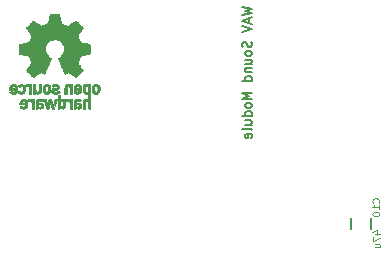
<source format=gbo>
G04 #@! TF.GenerationSoftware,KiCad,Pcbnew,no-vcs-found-7448~57~ubuntu16.04.1*
G04 #@! TF.CreationDate,2017-01-12T10:35:14+02:00*
G04 #@! TF.ProjectId,sd_wav_pcm5100,73645F7761765F70636D353130302E6B,rev?*
G04 #@! TF.FileFunction,Legend,Bot*
G04 #@! TF.FilePolarity,Positive*
%FSLAX46Y46*%
G04 Gerber Fmt 4.6, Leading zero omitted, Abs format (unit mm)*
G04 Created by KiCad (PCBNEW no-vcs-found-7448~57~ubuntu16.04.1) date Thu Jan 12 10:35:14 2017*
%MOMM*%
%LPD*%
G01*
G04 APERTURE LIST*
%ADD10C,0.100000*%
%ADD11C,0.150000*%
%ADD12C,0.010000*%
%ADD13C,0.125000*%
%ADD14C,2.000000*%
%ADD15R,1.700000X1.700000*%
%ADD16O,1.700000X1.700000*%
%ADD17R,1.250000X1.500000*%
%ADD18O,1.998980X1.998980*%
%ADD19R,1.998980X1.998980*%
%ADD20R,2.032000X2.032000*%
%ADD21O,2.032000X2.032000*%
G04 APERTURE END LIST*
D10*
D11*
X84941904Y-76418095D02*
X85741904Y-76608571D01*
X85170476Y-76760952D01*
X85741904Y-76913333D01*
X84941904Y-77103809D01*
X85513333Y-77370476D02*
X85513333Y-77751428D01*
X85741904Y-77294285D02*
X84941904Y-77560952D01*
X85741904Y-77827619D01*
X84941904Y-77980000D02*
X85741904Y-78246666D01*
X84941904Y-78513333D01*
X85703809Y-79351428D02*
X85741904Y-79465714D01*
X85741904Y-79656190D01*
X85703809Y-79732380D01*
X85665714Y-79770476D01*
X85589523Y-79808571D01*
X85513333Y-79808571D01*
X85437142Y-79770476D01*
X85399047Y-79732380D01*
X85360952Y-79656190D01*
X85322857Y-79503809D01*
X85284761Y-79427619D01*
X85246666Y-79389523D01*
X85170476Y-79351428D01*
X85094285Y-79351428D01*
X85018095Y-79389523D01*
X84980000Y-79427619D01*
X84941904Y-79503809D01*
X84941904Y-79694285D01*
X84980000Y-79808571D01*
X85741904Y-80265714D02*
X85703809Y-80189523D01*
X85665714Y-80151428D01*
X85589523Y-80113333D01*
X85360952Y-80113333D01*
X85284761Y-80151428D01*
X85246666Y-80189523D01*
X85208571Y-80265714D01*
X85208571Y-80380000D01*
X85246666Y-80456190D01*
X85284761Y-80494285D01*
X85360952Y-80532380D01*
X85589523Y-80532380D01*
X85665714Y-80494285D01*
X85703809Y-80456190D01*
X85741904Y-80380000D01*
X85741904Y-80265714D01*
X85208571Y-81218095D02*
X85741904Y-81218095D01*
X85208571Y-80875238D02*
X85627619Y-80875238D01*
X85703809Y-80913333D01*
X85741904Y-80989523D01*
X85741904Y-81103809D01*
X85703809Y-81180000D01*
X85665714Y-81218095D01*
X85208571Y-81599047D02*
X85741904Y-81599047D01*
X85284761Y-81599047D02*
X85246666Y-81637142D01*
X85208571Y-81713333D01*
X85208571Y-81827619D01*
X85246666Y-81903809D01*
X85322857Y-81941904D01*
X85741904Y-81941904D01*
X85741904Y-82665714D02*
X84941904Y-82665714D01*
X85703809Y-82665714D02*
X85741904Y-82589523D01*
X85741904Y-82437142D01*
X85703809Y-82360952D01*
X85665714Y-82322857D01*
X85589523Y-82284761D01*
X85360952Y-82284761D01*
X85284761Y-82322857D01*
X85246666Y-82360952D01*
X85208571Y-82437142D01*
X85208571Y-82589523D01*
X85246666Y-82665714D01*
X85741904Y-83656190D02*
X84941904Y-83656190D01*
X85513333Y-83922857D01*
X84941904Y-84189523D01*
X85741904Y-84189523D01*
X85741904Y-84684761D02*
X85703809Y-84608571D01*
X85665714Y-84570476D01*
X85589523Y-84532380D01*
X85360952Y-84532380D01*
X85284761Y-84570476D01*
X85246666Y-84608571D01*
X85208571Y-84684761D01*
X85208571Y-84799047D01*
X85246666Y-84875238D01*
X85284761Y-84913333D01*
X85360952Y-84951428D01*
X85589523Y-84951428D01*
X85665714Y-84913333D01*
X85703809Y-84875238D01*
X85741904Y-84799047D01*
X85741904Y-84684761D01*
X85741904Y-85637142D02*
X84941904Y-85637142D01*
X85703809Y-85637142D02*
X85741904Y-85560952D01*
X85741904Y-85408571D01*
X85703809Y-85332380D01*
X85665714Y-85294285D01*
X85589523Y-85256190D01*
X85360952Y-85256190D01*
X85284761Y-85294285D01*
X85246666Y-85332380D01*
X85208571Y-85408571D01*
X85208571Y-85560952D01*
X85246666Y-85637142D01*
X85208571Y-86360952D02*
X85741904Y-86360952D01*
X85208571Y-86018095D02*
X85627619Y-86018095D01*
X85703809Y-86056190D01*
X85741904Y-86132380D01*
X85741904Y-86246666D01*
X85703809Y-86322857D01*
X85665714Y-86360952D01*
X85741904Y-86856190D02*
X85703809Y-86780000D01*
X85627619Y-86741904D01*
X84941904Y-86741904D01*
X85703809Y-87465714D02*
X85741904Y-87389523D01*
X85741904Y-87237142D01*
X85703809Y-87160952D01*
X85627619Y-87122857D01*
X85322857Y-87122857D01*
X85246666Y-87160952D01*
X85208571Y-87237142D01*
X85208571Y-87389523D01*
X85246666Y-87465714D01*
X85322857Y-87503809D01*
X85399047Y-87503809D01*
X85475238Y-87122857D01*
D12*
G36*
X71596640Y-82952468D02*
X71561408Y-82969874D01*
X71517960Y-83000206D01*
X71486294Y-83033283D01*
X71464606Y-83074817D01*
X71451097Y-83130522D01*
X71443962Y-83206111D01*
X71441400Y-83307296D01*
X71441250Y-83350797D01*
X71441688Y-83446135D01*
X71443504Y-83514271D01*
X71447455Y-83561418D01*
X71454298Y-83593790D01*
X71464789Y-83617600D01*
X71475704Y-83633843D01*
X71545381Y-83702952D01*
X71627434Y-83744521D01*
X71715950Y-83757023D01*
X71805019Y-83738934D01*
X71833237Y-83726142D01*
X71900790Y-83690931D01*
X71900790Y-84242700D01*
X71851488Y-84217205D01*
X71786527Y-84197480D01*
X71706680Y-84192427D01*
X71626948Y-84201756D01*
X71566735Y-84222714D01*
X71516792Y-84262627D01*
X71474119Y-84319741D01*
X71470910Y-84325605D01*
X71457378Y-84353227D01*
X71447495Y-84381068D01*
X71440691Y-84414794D01*
X71436399Y-84460071D01*
X71434049Y-84522562D01*
X71433072Y-84607935D01*
X71432895Y-84704010D01*
X71432895Y-85010526D01*
X71616711Y-85010526D01*
X71616711Y-84445339D01*
X71668125Y-84402077D01*
X71721534Y-84367472D01*
X71772112Y-84361180D01*
X71822970Y-84377372D01*
X71850075Y-84393227D01*
X71870249Y-84415810D01*
X71884597Y-84449940D01*
X71894224Y-84500434D01*
X71900237Y-84572111D01*
X71903740Y-84669788D01*
X71904974Y-84734802D01*
X71909145Y-85002171D01*
X71996875Y-85007222D01*
X72084606Y-85012273D01*
X72084606Y-83353101D01*
X71900790Y-83353101D01*
X71896104Y-83445600D01*
X71880312Y-83509809D01*
X71850817Y-83549759D01*
X71805020Y-83569480D01*
X71758750Y-83573421D01*
X71706372Y-83568892D01*
X71671610Y-83551069D01*
X71649872Y-83527519D01*
X71632760Y-83502189D01*
X71622573Y-83473969D01*
X71618040Y-83434431D01*
X71617891Y-83375142D01*
X71619416Y-83325498D01*
X71622919Y-83250710D01*
X71628133Y-83201611D01*
X71636913Y-83170467D01*
X71651114Y-83149545D01*
X71664516Y-83137452D01*
X71720513Y-83111081D01*
X71786789Y-83106822D01*
X71824844Y-83115906D01*
X71862523Y-83148196D01*
X71887481Y-83211006D01*
X71899578Y-83303894D01*
X71900790Y-83353101D01*
X72084606Y-83353101D01*
X72084606Y-82938421D01*
X71992698Y-82938421D01*
X71937517Y-82940603D01*
X71909048Y-82948351D01*
X71900794Y-82963468D01*
X71900790Y-82963916D01*
X71896960Y-82978720D01*
X71880067Y-82977039D01*
X71846481Y-82960772D01*
X71768222Y-82935887D01*
X71680173Y-82933271D01*
X71596640Y-82952468D01*
X71596640Y-82952468D01*
G37*
X71596640Y-82952468D02*
X71561408Y-82969874D01*
X71517960Y-83000206D01*
X71486294Y-83033283D01*
X71464606Y-83074817D01*
X71451097Y-83130522D01*
X71443962Y-83206111D01*
X71441400Y-83307296D01*
X71441250Y-83350797D01*
X71441688Y-83446135D01*
X71443504Y-83514271D01*
X71447455Y-83561418D01*
X71454298Y-83593790D01*
X71464789Y-83617600D01*
X71475704Y-83633843D01*
X71545381Y-83702952D01*
X71627434Y-83744521D01*
X71715950Y-83757023D01*
X71805019Y-83738934D01*
X71833237Y-83726142D01*
X71900790Y-83690931D01*
X71900790Y-84242700D01*
X71851488Y-84217205D01*
X71786527Y-84197480D01*
X71706680Y-84192427D01*
X71626948Y-84201756D01*
X71566735Y-84222714D01*
X71516792Y-84262627D01*
X71474119Y-84319741D01*
X71470910Y-84325605D01*
X71457378Y-84353227D01*
X71447495Y-84381068D01*
X71440691Y-84414794D01*
X71436399Y-84460071D01*
X71434049Y-84522562D01*
X71433072Y-84607935D01*
X71432895Y-84704010D01*
X71432895Y-85010526D01*
X71616711Y-85010526D01*
X71616711Y-84445339D01*
X71668125Y-84402077D01*
X71721534Y-84367472D01*
X71772112Y-84361180D01*
X71822970Y-84377372D01*
X71850075Y-84393227D01*
X71870249Y-84415810D01*
X71884597Y-84449940D01*
X71894224Y-84500434D01*
X71900237Y-84572111D01*
X71903740Y-84669788D01*
X71904974Y-84734802D01*
X71909145Y-85002171D01*
X71996875Y-85007222D01*
X72084606Y-85012273D01*
X72084606Y-83353101D01*
X71900790Y-83353101D01*
X71896104Y-83445600D01*
X71880312Y-83509809D01*
X71850817Y-83549759D01*
X71805020Y-83569480D01*
X71758750Y-83573421D01*
X71706372Y-83568892D01*
X71671610Y-83551069D01*
X71649872Y-83527519D01*
X71632760Y-83502189D01*
X71622573Y-83473969D01*
X71618040Y-83434431D01*
X71617891Y-83375142D01*
X71619416Y-83325498D01*
X71622919Y-83250710D01*
X71628133Y-83201611D01*
X71636913Y-83170467D01*
X71651114Y-83149545D01*
X71664516Y-83137452D01*
X71720513Y-83111081D01*
X71786789Y-83106822D01*
X71824844Y-83115906D01*
X71862523Y-83148196D01*
X71887481Y-83211006D01*
X71899578Y-83303894D01*
X71900790Y-83353101D01*
X72084606Y-83353101D01*
X72084606Y-82938421D01*
X71992698Y-82938421D01*
X71937517Y-82940603D01*
X71909048Y-82948351D01*
X71900794Y-82963468D01*
X71900790Y-82963916D01*
X71896960Y-82978720D01*
X71880067Y-82977039D01*
X71846481Y-82960772D01*
X71768222Y-82935887D01*
X71680173Y-82933271D01*
X71596640Y-82952468D01*
G36*
X70899543Y-84198184D02*
X70820930Y-84219160D01*
X70761084Y-84257180D01*
X70718853Y-84306978D01*
X70705725Y-84328230D01*
X70696032Y-84350492D01*
X70689256Y-84378970D01*
X70684877Y-84418871D01*
X70682376Y-84475401D01*
X70681232Y-84553767D01*
X70680928Y-84659176D01*
X70680922Y-84687142D01*
X70680922Y-85010526D01*
X70761132Y-85010526D01*
X70812294Y-85006943D01*
X70850123Y-84997866D01*
X70859601Y-84992268D01*
X70885512Y-84982606D01*
X70911976Y-84992268D01*
X70955548Y-85004330D01*
X71018840Y-85009185D01*
X71088990Y-85007078D01*
X71153140Y-84998256D01*
X71190593Y-84986937D01*
X71263067Y-84940412D01*
X71308360Y-84875846D01*
X71328722Y-84790000D01*
X71328912Y-84787796D01*
X71327125Y-84749713D01*
X71165527Y-84749713D01*
X71151399Y-84793030D01*
X71128388Y-84817408D01*
X71082196Y-84835845D01*
X71021225Y-84843205D01*
X70959051Y-84839583D01*
X70909249Y-84825074D01*
X70895297Y-84815765D01*
X70870915Y-84772753D01*
X70864737Y-84723857D01*
X70864737Y-84659605D01*
X70957182Y-84659605D01*
X71045005Y-84666366D01*
X71111582Y-84685520D01*
X71152998Y-84715376D01*
X71165527Y-84749713D01*
X71327125Y-84749713D01*
X71324510Y-84694004D01*
X71293576Y-84619847D01*
X71235419Y-84563767D01*
X71227380Y-84558665D01*
X71192837Y-84542055D01*
X71150082Y-84531996D01*
X71090314Y-84527107D01*
X71019310Y-84525983D01*
X70864737Y-84525921D01*
X70864737Y-84461125D01*
X70871294Y-84410850D01*
X70888025Y-84377169D01*
X70889984Y-84375376D01*
X70927217Y-84360642D01*
X70983420Y-84354931D01*
X71045533Y-84357737D01*
X71100490Y-84368556D01*
X71133101Y-84384782D01*
X71150772Y-84397780D01*
X71169431Y-84400262D01*
X71195181Y-84389613D01*
X71234127Y-84363218D01*
X71292370Y-84318465D01*
X71297716Y-84314273D01*
X71294977Y-84298760D01*
X71272124Y-84272960D01*
X71237391Y-84244289D01*
X71199010Y-84220166D01*
X71186952Y-84214470D01*
X71142966Y-84203103D01*
X71078513Y-84194995D01*
X71006503Y-84191743D01*
X71003136Y-84191736D01*
X70899543Y-84198184D01*
X70899543Y-84198184D01*
G37*
X70899543Y-84198184D02*
X70820930Y-84219160D01*
X70761084Y-84257180D01*
X70718853Y-84306978D01*
X70705725Y-84328230D01*
X70696032Y-84350492D01*
X70689256Y-84378970D01*
X70684877Y-84418871D01*
X70682376Y-84475401D01*
X70681232Y-84553767D01*
X70680928Y-84659176D01*
X70680922Y-84687142D01*
X70680922Y-85010526D01*
X70761132Y-85010526D01*
X70812294Y-85006943D01*
X70850123Y-84997866D01*
X70859601Y-84992268D01*
X70885512Y-84982606D01*
X70911976Y-84992268D01*
X70955548Y-85004330D01*
X71018840Y-85009185D01*
X71088990Y-85007078D01*
X71153140Y-84998256D01*
X71190593Y-84986937D01*
X71263067Y-84940412D01*
X71308360Y-84875846D01*
X71328722Y-84790000D01*
X71328912Y-84787796D01*
X71327125Y-84749713D01*
X71165527Y-84749713D01*
X71151399Y-84793030D01*
X71128388Y-84817408D01*
X71082196Y-84835845D01*
X71021225Y-84843205D01*
X70959051Y-84839583D01*
X70909249Y-84825074D01*
X70895297Y-84815765D01*
X70870915Y-84772753D01*
X70864737Y-84723857D01*
X70864737Y-84659605D01*
X70957182Y-84659605D01*
X71045005Y-84666366D01*
X71111582Y-84685520D01*
X71152998Y-84715376D01*
X71165527Y-84749713D01*
X71327125Y-84749713D01*
X71324510Y-84694004D01*
X71293576Y-84619847D01*
X71235419Y-84563767D01*
X71227380Y-84558665D01*
X71192837Y-84542055D01*
X71150082Y-84531996D01*
X71090314Y-84527107D01*
X71019310Y-84525983D01*
X70864737Y-84525921D01*
X70864737Y-84461125D01*
X70871294Y-84410850D01*
X70888025Y-84377169D01*
X70889984Y-84375376D01*
X70927217Y-84360642D01*
X70983420Y-84354931D01*
X71045533Y-84357737D01*
X71100490Y-84368556D01*
X71133101Y-84384782D01*
X71150772Y-84397780D01*
X71169431Y-84400262D01*
X71195181Y-84389613D01*
X71234127Y-84363218D01*
X71292370Y-84318465D01*
X71297716Y-84314273D01*
X71294977Y-84298760D01*
X71272124Y-84272960D01*
X71237391Y-84244289D01*
X71199010Y-84220166D01*
X71186952Y-84214470D01*
X71142966Y-84203103D01*
X71078513Y-84194995D01*
X71006503Y-84191743D01*
X71003136Y-84191736D01*
X70899543Y-84198184D01*
G36*
X70380119Y-84193486D02*
X70355112Y-84200982D01*
X70347050Y-84217451D01*
X70346711Y-84224886D01*
X70345264Y-84245594D01*
X70335302Y-84248845D01*
X70308388Y-84234648D01*
X70292402Y-84224948D01*
X70241967Y-84204175D01*
X70181728Y-84193904D01*
X70118566Y-84193114D01*
X70059363Y-84200786D01*
X70010998Y-84215898D01*
X69980354Y-84237432D01*
X69974311Y-84264366D01*
X69977361Y-84271660D01*
X69999594Y-84301937D01*
X70034070Y-84339175D01*
X70040306Y-84345195D01*
X70073167Y-84372875D01*
X70101520Y-84381818D01*
X70141173Y-84375576D01*
X70157058Y-84371429D01*
X70206491Y-84361467D01*
X70241248Y-84365947D01*
X70270600Y-84381746D01*
X70297487Y-84402949D01*
X70317290Y-84429614D01*
X70331052Y-84466827D01*
X70339816Y-84519673D01*
X70344626Y-84593237D01*
X70346526Y-84692605D01*
X70346711Y-84752601D01*
X70346711Y-85010526D01*
X70513816Y-85010526D01*
X70513816Y-84191710D01*
X70430264Y-84191710D01*
X70380119Y-84193486D01*
X70380119Y-84193486D01*
G37*
X70380119Y-84193486D02*
X70355112Y-84200982D01*
X70347050Y-84217451D01*
X70346711Y-84224886D01*
X70345264Y-84245594D01*
X70335302Y-84248845D01*
X70308388Y-84234648D01*
X70292402Y-84224948D01*
X70241967Y-84204175D01*
X70181728Y-84193904D01*
X70118566Y-84193114D01*
X70059363Y-84200786D01*
X70010998Y-84215898D01*
X69980354Y-84237432D01*
X69974311Y-84264366D01*
X69977361Y-84271660D01*
X69999594Y-84301937D01*
X70034070Y-84339175D01*
X70040306Y-84345195D01*
X70073167Y-84372875D01*
X70101520Y-84381818D01*
X70141173Y-84375576D01*
X70157058Y-84371429D01*
X70206491Y-84361467D01*
X70241248Y-84365947D01*
X70270600Y-84381746D01*
X70297487Y-84402949D01*
X70317290Y-84429614D01*
X70331052Y-84466827D01*
X70339816Y-84519673D01*
X70344626Y-84593237D01*
X70346526Y-84692605D01*
X70346711Y-84752601D01*
X70346711Y-85010526D01*
X70513816Y-85010526D01*
X70513816Y-84191710D01*
X70430264Y-84191710D01*
X70380119Y-84193486D01*
G36*
X69327369Y-85010526D02*
X69419277Y-85010526D01*
X69472623Y-85008962D01*
X69500407Y-85002485D01*
X69510410Y-84988418D01*
X69511185Y-84978906D01*
X69512872Y-84959832D01*
X69523510Y-84956174D01*
X69551465Y-84967932D01*
X69573205Y-84978906D01*
X69656668Y-85004911D01*
X69747396Y-85006416D01*
X69821158Y-84987021D01*
X69889846Y-84940165D01*
X69942206Y-84871004D01*
X69970878Y-84789427D01*
X69971608Y-84784866D01*
X69975868Y-84735101D01*
X69977986Y-84663659D01*
X69977816Y-84609626D01*
X69795280Y-84609626D01*
X69791051Y-84681441D01*
X69781432Y-84740634D01*
X69768410Y-84774060D01*
X69719144Y-84819740D01*
X69660650Y-84836115D01*
X69600329Y-84822873D01*
X69548783Y-84783373D01*
X69529262Y-84756807D01*
X69517848Y-84725106D01*
X69512502Y-84678832D01*
X69511185Y-84609328D01*
X69513542Y-84540499D01*
X69519767Y-84480026D01*
X69528592Y-84439556D01*
X69530063Y-84435929D01*
X69565653Y-84392802D01*
X69617600Y-84369124D01*
X69675722Y-84365301D01*
X69729840Y-84381738D01*
X69769774Y-84418840D01*
X69773917Y-84426222D01*
X69786884Y-84471239D01*
X69793948Y-84535967D01*
X69795280Y-84609626D01*
X69977816Y-84609626D01*
X69977729Y-84582230D01*
X69976528Y-84538405D01*
X69968355Y-84429988D01*
X69951370Y-84348588D01*
X69923113Y-84288412D01*
X69881128Y-84243666D01*
X69840368Y-84217400D01*
X69783419Y-84198935D01*
X69712589Y-84192602D01*
X69640059Y-84197760D01*
X69578014Y-84213769D01*
X69545232Y-84232920D01*
X69511185Y-84263732D01*
X69511185Y-83874210D01*
X69327369Y-83874210D01*
X69327369Y-85010526D01*
X69327369Y-85010526D01*
G37*
X69327369Y-85010526D02*
X69419277Y-85010526D01*
X69472623Y-85008962D01*
X69500407Y-85002485D01*
X69510410Y-84988418D01*
X69511185Y-84978906D01*
X69512872Y-84959832D01*
X69523510Y-84956174D01*
X69551465Y-84967932D01*
X69573205Y-84978906D01*
X69656668Y-85004911D01*
X69747396Y-85006416D01*
X69821158Y-84987021D01*
X69889846Y-84940165D01*
X69942206Y-84871004D01*
X69970878Y-84789427D01*
X69971608Y-84784866D01*
X69975868Y-84735101D01*
X69977986Y-84663659D01*
X69977816Y-84609626D01*
X69795280Y-84609626D01*
X69791051Y-84681441D01*
X69781432Y-84740634D01*
X69768410Y-84774060D01*
X69719144Y-84819740D01*
X69660650Y-84836115D01*
X69600329Y-84822873D01*
X69548783Y-84783373D01*
X69529262Y-84756807D01*
X69517848Y-84725106D01*
X69512502Y-84678832D01*
X69511185Y-84609328D01*
X69513542Y-84540499D01*
X69519767Y-84480026D01*
X69528592Y-84439556D01*
X69530063Y-84435929D01*
X69565653Y-84392802D01*
X69617600Y-84369124D01*
X69675722Y-84365301D01*
X69729840Y-84381738D01*
X69769774Y-84418840D01*
X69773917Y-84426222D01*
X69786884Y-84471239D01*
X69793948Y-84535967D01*
X69795280Y-84609626D01*
X69977816Y-84609626D01*
X69977729Y-84582230D01*
X69976528Y-84538405D01*
X69968355Y-84429988D01*
X69951370Y-84348588D01*
X69923113Y-84288412D01*
X69881128Y-84243666D01*
X69840368Y-84217400D01*
X69783419Y-84198935D01*
X69712589Y-84192602D01*
X69640059Y-84197760D01*
X69578014Y-84213769D01*
X69545232Y-84232920D01*
X69511185Y-84263732D01*
X69511185Y-83874210D01*
X69327369Y-83874210D01*
X69327369Y-85010526D01*
G36*
X68685870Y-84195104D02*
X68619780Y-84200066D01*
X68533374Y-84459079D01*
X68446969Y-84718092D01*
X68419876Y-84626184D01*
X68403572Y-84569384D01*
X68382125Y-84492625D01*
X68358965Y-84408251D01*
X68346720Y-84362993D01*
X68300656Y-84191710D01*
X68110613Y-84191710D01*
X68167418Y-84371349D01*
X68195393Y-84459704D01*
X68229187Y-84566281D01*
X68264480Y-84677454D01*
X68295987Y-84776579D01*
X68367750Y-85002171D01*
X68522714Y-85012253D01*
X68564730Y-84873528D01*
X68590641Y-84787351D01*
X68618917Y-84692347D01*
X68643631Y-84608441D01*
X68644606Y-84605102D01*
X68663065Y-84548248D01*
X68679351Y-84509456D01*
X68690758Y-84494787D01*
X68693102Y-84496483D01*
X68701329Y-84519225D01*
X68716962Y-84567940D01*
X68738096Y-84636502D01*
X68762830Y-84718785D01*
X68776213Y-84764046D01*
X68848689Y-85010526D01*
X69002505Y-85010526D01*
X69125469Y-84622006D01*
X69160012Y-84513022D01*
X69191479Y-84414048D01*
X69218384Y-84329736D01*
X69239241Y-84264734D01*
X69252562Y-84223692D01*
X69256612Y-84211701D01*
X69253406Y-84199423D01*
X69228235Y-84194046D01*
X69175854Y-84194584D01*
X69167655Y-84194990D01*
X69070518Y-84200066D01*
X69006900Y-84434013D01*
X68983516Y-84519333D01*
X68962619Y-84594335D01*
X68946049Y-84652507D01*
X68935646Y-84687337D01*
X68933724Y-84693016D01*
X68925759Y-84686486D01*
X68909696Y-84652654D01*
X68887379Y-84596127D01*
X68860655Y-84521510D01*
X68838063Y-84454107D01*
X68751959Y-84190143D01*
X68685870Y-84195104D01*
X68685870Y-84195104D01*
G37*
X68685870Y-84195104D02*
X68619780Y-84200066D01*
X68533374Y-84459079D01*
X68446969Y-84718092D01*
X68419876Y-84626184D01*
X68403572Y-84569384D01*
X68382125Y-84492625D01*
X68358965Y-84408251D01*
X68346720Y-84362993D01*
X68300656Y-84191710D01*
X68110613Y-84191710D01*
X68167418Y-84371349D01*
X68195393Y-84459704D01*
X68229187Y-84566281D01*
X68264480Y-84677454D01*
X68295987Y-84776579D01*
X68367750Y-85002171D01*
X68522714Y-85012253D01*
X68564730Y-84873528D01*
X68590641Y-84787351D01*
X68618917Y-84692347D01*
X68643631Y-84608441D01*
X68644606Y-84605102D01*
X68663065Y-84548248D01*
X68679351Y-84509456D01*
X68690758Y-84494787D01*
X68693102Y-84496483D01*
X68701329Y-84519225D01*
X68716962Y-84567940D01*
X68738096Y-84636502D01*
X68762830Y-84718785D01*
X68776213Y-84764046D01*
X68848689Y-85010526D01*
X69002505Y-85010526D01*
X69125469Y-84622006D01*
X69160012Y-84513022D01*
X69191479Y-84414048D01*
X69218384Y-84329736D01*
X69239241Y-84264734D01*
X69252562Y-84223692D01*
X69256612Y-84211701D01*
X69253406Y-84199423D01*
X69228235Y-84194046D01*
X69175854Y-84194584D01*
X69167655Y-84194990D01*
X69070518Y-84200066D01*
X69006900Y-84434013D01*
X68983516Y-84519333D01*
X68962619Y-84594335D01*
X68946049Y-84652507D01*
X68935646Y-84687337D01*
X68933724Y-84693016D01*
X68925759Y-84686486D01*
X68909696Y-84652654D01*
X68887379Y-84596127D01*
X68860655Y-84521510D01*
X68838063Y-84454107D01*
X68751959Y-84190143D01*
X68685870Y-84195104D01*
G36*
X67680008Y-84196673D02*
X67609573Y-84213780D01*
X67589213Y-84222844D01*
X67549747Y-84246583D01*
X67519459Y-84273321D01*
X67497048Y-84307699D01*
X67481214Y-84354360D01*
X67470657Y-84417946D01*
X67464076Y-84503099D01*
X67460172Y-84614462D01*
X67458690Y-84688849D01*
X67453235Y-85010526D01*
X67546420Y-85010526D01*
X67602953Y-85008156D01*
X67632078Y-85000055D01*
X67639606Y-84986451D01*
X67643580Y-84971741D01*
X67661348Y-84974554D01*
X67685560Y-84986348D01*
X67746172Y-85004427D01*
X67824071Y-85009299D01*
X67906005Y-85001330D01*
X67978719Y-84980889D01*
X67985241Y-84978051D01*
X68051698Y-84931365D01*
X68095509Y-84866464D01*
X68115668Y-84790600D01*
X68114128Y-84763344D01*
X67949655Y-84763344D01*
X67935163Y-84800024D01*
X67892195Y-84826309D01*
X67822871Y-84840417D01*
X67785823Y-84842290D01*
X67724081Y-84837494D01*
X67683040Y-84818858D01*
X67673027Y-84810000D01*
X67645900Y-84761806D01*
X67639606Y-84718092D01*
X67639606Y-84659605D01*
X67721070Y-84659605D01*
X67815766Y-84664432D01*
X67882187Y-84679613D01*
X67924154Y-84706200D01*
X67933551Y-84718052D01*
X67949655Y-84763344D01*
X68114128Y-84763344D01*
X68111171Y-84711026D01*
X68081015Y-84634995D01*
X68039869Y-84583612D01*
X68014948Y-84561397D01*
X67990552Y-84546798D01*
X67958809Y-84537897D01*
X67911848Y-84532775D01*
X67841796Y-84529515D01*
X67814010Y-84528577D01*
X67639606Y-84522879D01*
X67639862Y-84470091D01*
X67646616Y-84414603D01*
X67671036Y-84381052D01*
X67720370Y-84359618D01*
X67721694Y-84359236D01*
X67791640Y-84350808D01*
X67860086Y-84361816D01*
X67910953Y-84388585D01*
X67931363Y-84401803D01*
X67953346Y-84399974D01*
X67987174Y-84380824D01*
X68007039Y-84367308D01*
X68045894Y-84338432D01*
X68069962Y-84316786D01*
X68073824Y-84310589D01*
X68057921Y-84278519D01*
X68010935Y-84240219D01*
X67990527Y-84227297D01*
X67931857Y-84205041D01*
X67852788Y-84192432D01*
X67764959Y-84189600D01*
X67680008Y-84196673D01*
X67680008Y-84196673D01*
G37*
X67680008Y-84196673D02*
X67609573Y-84213780D01*
X67589213Y-84222844D01*
X67549747Y-84246583D01*
X67519459Y-84273321D01*
X67497048Y-84307699D01*
X67481214Y-84354360D01*
X67470657Y-84417946D01*
X67464076Y-84503099D01*
X67460172Y-84614462D01*
X67458690Y-84688849D01*
X67453235Y-85010526D01*
X67546420Y-85010526D01*
X67602953Y-85008156D01*
X67632078Y-85000055D01*
X67639606Y-84986451D01*
X67643580Y-84971741D01*
X67661348Y-84974554D01*
X67685560Y-84986348D01*
X67746172Y-85004427D01*
X67824071Y-85009299D01*
X67906005Y-85001330D01*
X67978719Y-84980889D01*
X67985241Y-84978051D01*
X68051698Y-84931365D01*
X68095509Y-84866464D01*
X68115668Y-84790600D01*
X68114128Y-84763344D01*
X67949655Y-84763344D01*
X67935163Y-84800024D01*
X67892195Y-84826309D01*
X67822871Y-84840417D01*
X67785823Y-84842290D01*
X67724081Y-84837494D01*
X67683040Y-84818858D01*
X67673027Y-84810000D01*
X67645900Y-84761806D01*
X67639606Y-84718092D01*
X67639606Y-84659605D01*
X67721070Y-84659605D01*
X67815766Y-84664432D01*
X67882187Y-84679613D01*
X67924154Y-84706200D01*
X67933551Y-84718052D01*
X67949655Y-84763344D01*
X68114128Y-84763344D01*
X68111171Y-84711026D01*
X68081015Y-84634995D01*
X68039869Y-84583612D01*
X68014948Y-84561397D01*
X67990552Y-84546798D01*
X67958809Y-84537897D01*
X67911848Y-84532775D01*
X67841796Y-84529515D01*
X67814010Y-84528577D01*
X67639606Y-84522879D01*
X67639862Y-84470091D01*
X67646616Y-84414603D01*
X67671036Y-84381052D01*
X67720370Y-84359618D01*
X67721694Y-84359236D01*
X67791640Y-84350808D01*
X67860086Y-84361816D01*
X67910953Y-84388585D01*
X67931363Y-84401803D01*
X67953346Y-84399974D01*
X67987174Y-84380824D01*
X68007039Y-84367308D01*
X68045894Y-84338432D01*
X68069962Y-84316786D01*
X68073824Y-84310589D01*
X68057921Y-84278519D01*
X68010935Y-84240219D01*
X67990527Y-84227297D01*
X67931857Y-84205041D01*
X67852788Y-84192432D01*
X67764959Y-84189600D01*
X67680008Y-84196673D01*
G36*
X66886833Y-84191447D02*
X66822592Y-84204112D01*
X66786020Y-84222864D01*
X66747547Y-84254017D01*
X66802283Y-84323127D01*
X66836031Y-84364979D01*
X66858947Y-84385398D01*
X66881721Y-84388517D01*
X66915044Y-84378472D01*
X66930686Y-84372789D01*
X66994458Y-84364404D01*
X67052860Y-84382378D01*
X67095736Y-84422982D01*
X67102701Y-84435929D01*
X67110287Y-84470224D01*
X67116141Y-84533427D01*
X67119989Y-84621060D01*
X67121557Y-84728640D01*
X67121579Y-84743944D01*
X67121579Y-85010526D01*
X67305395Y-85010526D01*
X67305395Y-84191710D01*
X67213487Y-84191710D01*
X67160493Y-84193094D01*
X67132885Y-84199252D01*
X67122676Y-84213194D01*
X67121579Y-84226344D01*
X67121579Y-84260978D01*
X67077550Y-84226344D01*
X67027063Y-84202716D01*
X66959240Y-84191033D01*
X66886833Y-84191447D01*
X66886833Y-84191447D01*
G37*
X66886833Y-84191447D02*
X66822592Y-84204112D01*
X66786020Y-84222864D01*
X66747547Y-84254017D01*
X66802283Y-84323127D01*
X66836031Y-84364979D01*
X66858947Y-84385398D01*
X66881721Y-84388517D01*
X66915044Y-84378472D01*
X66930686Y-84372789D01*
X66994458Y-84364404D01*
X67052860Y-84382378D01*
X67095736Y-84422982D01*
X67102701Y-84435929D01*
X67110287Y-84470224D01*
X67116141Y-84533427D01*
X67119989Y-84621060D01*
X67121557Y-84728640D01*
X67121579Y-84743944D01*
X67121579Y-85010526D01*
X67305395Y-85010526D01*
X67305395Y-84191710D01*
X67213487Y-84191710D01*
X67160493Y-84193094D01*
X67132885Y-84199252D01*
X67122676Y-84213194D01*
X67121579Y-84226344D01*
X67121579Y-84260978D01*
X67077550Y-84226344D01*
X67027063Y-84202716D01*
X66959240Y-84191033D01*
X66886833Y-84191447D01*
G36*
X66358807Y-84196078D02*
X66278932Y-84216845D01*
X66212038Y-84259705D01*
X66179649Y-84291723D01*
X66126555Y-84367413D01*
X66096127Y-84455216D01*
X66085673Y-84563150D01*
X66085620Y-84571875D01*
X66085527Y-84659605D01*
X66590466Y-84659605D01*
X66579702Y-84705559D01*
X66560268Y-84747178D01*
X66526255Y-84790544D01*
X66519140Y-84797467D01*
X66457997Y-84834935D01*
X66388271Y-84841289D01*
X66308013Y-84816638D01*
X66294408Y-84810000D01*
X66252681Y-84789819D01*
X66224732Y-84778321D01*
X66219855Y-84777258D01*
X66202832Y-84787583D01*
X66170367Y-84812845D01*
X66153886Y-84826650D01*
X66119736Y-84858361D01*
X66108522Y-84879299D01*
X66116305Y-84898560D01*
X66120465Y-84903827D01*
X66148643Y-84926878D01*
X66195138Y-84954892D01*
X66227566Y-84971246D01*
X66319615Y-85000059D01*
X66421524Y-85009395D01*
X66518037Y-84998332D01*
X66545066Y-84990412D01*
X66628724Y-84945581D01*
X66690734Y-84876598D01*
X66731455Y-84782794D01*
X66751245Y-84663498D01*
X66753418Y-84601118D01*
X66747074Y-84510298D01*
X66586843Y-84510298D01*
X66571345Y-84517012D01*
X66529688Y-84522280D01*
X66469124Y-84525389D01*
X66428093Y-84525921D01*
X66354289Y-84525408D01*
X66307707Y-84523006D01*
X66282152Y-84517422D01*
X66271431Y-84507361D01*
X66269343Y-84492763D01*
X66283669Y-84447796D01*
X66319738Y-84403353D01*
X66367185Y-84369242D01*
X66414651Y-84355288D01*
X66479121Y-84367666D01*
X66534930Y-84403452D01*
X66573626Y-84455033D01*
X66586843Y-84510298D01*
X66747074Y-84510298D01*
X66744179Y-84468866D01*
X66715664Y-84363498D01*
X66667271Y-84284178D01*
X66598396Y-84230071D01*
X66508435Y-84200343D01*
X66459700Y-84194618D01*
X66358807Y-84196078D01*
X66358807Y-84196078D01*
G37*
X66358807Y-84196078D02*
X66278932Y-84216845D01*
X66212038Y-84259705D01*
X66179649Y-84291723D01*
X66126555Y-84367413D01*
X66096127Y-84455216D01*
X66085673Y-84563150D01*
X66085620Y-84571875D01*
X66085527Y-84659605D01*
X66590466Y-84659605D01*
X66579702Y-84705559D01*
X66560268Y-84747178D01*
X66526255Y-84790544D01*
X66519140Y-84797467D01*
X66457997Y-84834935D01*
X66388271Y-84841289D01*
X66308013Y-84816638D01*
X66294408Y-84810000D01*
X66252681Y-84789819D01*
X66224732Y-84778321D01*
X66219855Y-84777258D01*
X66202832Y-84787583D01*
X66170367Y-84812845D01*
X66153886Y-84826650D01*
X66119736Y-84858361D01*
X66108522Y-84879299D01*
X66116305Y-84898560D01*
X66120465Y-84903827D01*
X66148643Y-84926878D01*
X66195138Y-84954892D01*
X66227566Y-84971246D01*
X66319615Y-85000059D01*
X66421524Y-85009395D01*
X66518037Y-84998332D01*
X66545066Y-84990412D01*
X66628724Y-84945581D01*
X66690734Y-84876598D01*
X66731455Y-84782794D01*
X66751245Y-84663498D01*
X66753418Y-84601118D01*
X66747074Y-84510298D01*
X66586843Y-84510298D01*
X66571345Y-84517012D01*
X66529688Y-84522280D01*
X66469124Y-84525389D01*
X66428093Y-84525921D01*
X66354289Y-84525408D01*
X66307707Y-84523006D01*
X66282152Y-84517422D01*
X66271431Y-84507361D01*
X66269343Y-84492763D01*
X66283669Y-84447796D01*
X66319738Y-84403353D01*
X66367185Y-84369242D01*
X66414651Y-84355288D01*
X66479121Y-84367666D01*
X66534930Y-84403452D01*
X66573626Y-84455033D01*
X66586843Y-84510298D01*
X66747074Y-84510298D01*
X66744179Y-84468866D01*
X66715664Y-84363498D01*
X66667271Y-84284178D01*
X66598396Y-84230071D01*
X66508435Y-84200343D01*
X66459700Y-84194618D01*
X66358807Y-84196078D01*
G36*
X72433216Y-82947104D02*
X72345795Y-82985754D01*
X72279430Y-83050290D01*
X72234024Y-83140812D01*
X72209482Y-83257418D01*
X72207723Y-83275624D01*
X72206344Y-83403984D01*
X72224216Y-83516496D01*
X72260250Y-83607688D01*
X72279545Y-83637022D01*
X72346755Y-83699106D01*
X72432350Y-83739316D01*
X72528110Y-83756003D01*
X72625813Y-83747517D01*
X72700083Y-83721380D01*
X72763953Y-83677335D01*
X72816154Y-83619587D01*
X72817057Y-83618236D01*
X72838256Y-83582593D01*
X72852033Y-83546752D01*
X72860376Y-83501519D01*
X72865273Y-83437701D01*
X72867431Y-83385368D01*
X72868329Y-83337910D01*
X72701257Y-83337910D01*
X72699624Y-83385154D01*
X72693696Y-83448046D01*
X72683239Y-83488407D01*
X72664381Y-83517122D01*
X72646719Y-83533896D01*
X72584106Y-83569016D01*
X72518592Y-83573710D01*
X72457579Y-83548440D01*
X72427072Y-83520124D01*
X72405089Y-83491589D01*
X72392231Y-83464284D01*
X72386588Y-83428750D01*
X72386249Y-83375524D01*
X72387988Y-83326506D01*
X72391729Y-83256482D01*
X72397659Y-83211064D01*
X72408347Y-83181440D01*
X72426361Y-83158797D01*
X72440637Y-83145855D01*
X72500349Y-83111860D01*
X72564766Y-83110165D01*
X72618781Y-83130301D01*
X72664860Y-83172352D01*
X72692311Y-83241428D01*
X72701257Y-83337910D01*
X72868329Y-83337910D01*
X72869401Y-83281299D01*
X72866036Y-83203468D01*
X72855955Y-83144930D01*
X72837774Y-83098737D01*
X72810110Y-83057942D01*
X72799854Y-83045828D01*
X72735722Y-82985474D01*
X72666934Y-82950220D01*
X72582811Y-82935450D01*
X72541791Y-82934243D01*
X72433216Y-82947104D01*
X72433216Y-82947104D01*
G37*
X72433216Y-82947104D02*
X72345795Y-82985754D01*
X72279430Y-83050290D01*
X72234024Y-83140812D01*
X72209482Y-83257418D01*
X72207723Y-83275624D01*
X72206344Y-83403984D01*
X72224216Y-83516496D01*
X72260250Y-83607688D01*
X72279545Y-83637022D01*
X72346755Y-83699106D01*
X72432350Y-83739316D01*
X72528110Y-83756003D01*
X72625813Y-83747517D01*
X72700083Y-83721380D01*
X72763953Y-83677335D01*
X72816154Y-83619587D01*
X72817057Y-83618236D01*
X72838256Y-83582593D01*
X72852033Y-83546752D01*
X72860376Y-83501519D01*
X72865273Y-83437701D01*
X72867431Y-83385368D01*
X72868329Y-83337910D01*
X72701257Y-83337910D01*
X72699624Y-83385154D01*
X72693696Y-83448046D01*
X72683239Y-83488407D01*
X72664381Y-83517122D01*
X72646719Y-83533896D01*
X72584106Y-83569016D01*
X72518592Y-83573710D01*
X72457579Y-83548440D01*
X72427072Y-83520124D01*
X72405089Y-83491589D01*
X72392231Y-83464284D01*
X72386588Y-83428750D01*
X72386249Y-83375524D01*
X72387988Y-83326506D01*
X72391729Y-83256482D01*
X72397659Y-83211064D01*
X72408347Y-83181440D01*
X72426361Y-83158797D01*
X72440637Y-83145855D01*
X72500349Y-83111860D01*
X72564766Y-83110165D01*
X72618781Y-83130301D01*
X72664860Y-83172352D01*
X72692311Y-83241428D01*
X72701257Y-83337910D01*
X72868329Y-83337910D01*
X72869401Y-83281299D01*
X72866036Y-83203468D01*
X72855955Y-83144930D01*
X72837774Y-83098737D01*
X72810110Y-83057942D01*
X72799854Y-83045828D01*
X72735722Y-82985474D01*
X72666934Y-82950220D01*
X72582811Y-82935450D01*
X72541791Y-82934243D01*
X72433216Y-82947104D01*
G36*
X70862982Y-82957027D02*
X70846330Y-82964866D01*
X70788695Y-83007086D01*
X70734195Y-83068700D01*
X70693501Y-83136543D01*
X70681926Y-83167734D01*
X70671366Y-83223449D01*
X70665069Y-83290781D01*
X70664304Y-83318585D01*
X70664211Y-83406316D01*
X71169150Y-83406316D01*
X71158387Y-83452270D01*
X71131967Y-83506620D01*
X71085778Y-83553591D01*
X71030828Y-83583848D01*
X70995811Y-83590131D01*
X70948323Y-83582506D01*
X70891665Y-83563383D01*
X70872418Y-83554584D01*
X70801241Y-83519036D01*
X70740498Y-83565367D01*
X70705448Y-83596703D01*
X70686798Y-83622567D01*
X70685853Y-83630158D01*
X70702515Y-83648556D01*
X70739030Y-83676515D01*
X70772172Y-83698327D01*
X70861607Y-83737537D01*
X70961871Y-83755285D01*
X71061246Y-83750670D01*
X71140461Y-83726551D01*
X71222120Y-83674884D01*
X71280151Y-83606856D01*
X71316454Y-83518843D01*
X71332928Y-83407216D01*
X71334389Y-83356138D01*
X71328543Y-83239091D01*
X71327825Y-83235686D01*
X71160511Y-83235686D01*
X71155903Y-83246662D01*
X71136964Y-83252715D01*
X71097902Y-83255310D01*
X71032923Y-83255910D01*
X71007903Y-83255921D01*
X70931779Y-83255014D01*
X70883504Y-83251720D01*
X70857540Y-83245181D01*
X70848352Y-83234537D01*
X70848027Y-83231119D01*
X70858513Y-83203956D01*
X70884758Y-83165903D01*
X70896041Y-83152579D01*
X70937928Y-83114896D01*
X70981591Y-83100080D01*
X71005115Y-83098842D01*
X71068757Y-83114329D01*
X71122127Y-83155930D01*
X71155981Y-83216353D01*
X71156581Y-83218322D01*
X71160511Y-83235686D01*
X71327825Y-83235686D01*
X71309101Y-83146928D01*
X71274078Y-83073190D01*
X71231244Y-83020848D01*
X71152052Y-82964092D01*
X71058960Y-82933762D01*
X70959945Y-82931021D01*
X70862982Y-82957027D01*
X70862982Y-82957027D01*
G37*
X70862982Y-82957027D02*
X70846330Y-82964866D01*
X70788695Y-83007086D01*
X70734195Y-83068700D01*
X70693501Y-83136543D01*
X70681926Y-83167734D01*
X70671366Y-83223449D01*
X70665069Y-83290781D01*
X70664304Y-83318585D01*
X70664211Y-83406316D01*
X71169150Y-83406316D01*
X71158387Y-83452270D01*
X71131967Y-83506620D01*
X71085778Y-83553591D01*
X71030828Y-83583848D01*
X70995811Y-83590131D01*
X70948323Y-83582506D01*
X70891665Y-83563383D01*
X70872418Y-83554584D01*
X70801241Y-83519036D01*
X70740498Y-83565367D01*
X70705448Y-83596703D01*
X70686798Y-83622567D01*
X70685853Y-83630158D01*
X70702515Y-83648556D01*
X70739030Y-83676515D01*
X70772172Y-83698327D01*
X70861607Y-83737537D01*
X70961871Y-83755285D01*
X71061246Y-83750670D01*
X71140461Y-83726551D01*
X71222120Y-83674884D01*
X71280151Y-83606856D01*
X71316454Y-83518843D01*
X71332928Y-83407216D01*
X71334389Y-83356138D01*
X71328543Y-83239091D01*
X71327825Y-83235686D01*
X71160511Y-83235686D01*
X71155903Y-83246662D01*
X71136964Y-83252715D01*
X71097902Y-83255310D01*
X71032923Y-83255910D01*
X71007903Y-83255921D01*
X70931779Y-83255014D01*
X70883504Y-83251720D01*
X70857540Y-83245181D01*
X70848352Y-83234537D01*
X70848027Y-83231119D01*
X70858513Y-83203956D01*
X70884758Y-83165903D01*
X70896041Y-83152579D01*
X70937928Y-83114896D01*
X70981591Y-83100080D01*
X71005115Y-83098842D01*
X71068757Y-83114329D01*
X71122127Y-83155930D01*
X71155981Y-83216353D01*
X71156581Y-83218322D01*
X71160511Y-83235686D01*
X71327825Y-83235686D01*
X71309101Y-83146928D01*
X71274078Y-83073190D01*
X71231244Y-83020848D01*
X71152052Y-82964092D01*
X71058960Y-82933762D01*
X70959945Y-82931021D01*
X70862982Y-82957027D01*
G36*
X69041372Y-82935547D02*
X68978092Y-82947548D01*
X68912443Y-82972648D01*
X68905428Y-82975848D01*
X68855644Y-83002026D01*
X68821166Y-83026353D01*
X68810022Y-83041937D01*
X68820634Y-83067353D01*
X68846412Y-83104853D01*
X68857854Y-83118852D01*
X68905008Y-83173954D01*
X68965799Y-83138086D01*
X69023653Y-83114192D01*
X69090500Y-83101420D01*
X69154606Y-83100613D01*
X69204236Y-83112615D01*
X69216146Y-83120105D01*
X69238828Y-83154450D01*
X69241584Y-83194013D01*
X69224612Y-83224920D01*
X69214573Y-83230913D01*
X69184490Y-83238357D01*
X69131611Y-83247106D01*
X69066425Y-83255467D01*
X69054400Y-83256778D01*
X68949703Y-83274888D01*
X68873768Y-83305651D01*
X68823408Y-83351907D01*
X68795436Y-83416497D01*
X68786722Y-83495387D01*
X68798760Y-83585065D01*
X68837849Y-83655486D01*
X68904145Y-83706777D01*
X68997806Y-83739067D01*
X69101777Y-83751807D01*
X69186562Y-83751654D01*
X69255335Y-83740083D01*
X69302303Y-83724109D01*
X69361650Y-83696275D01*
X69416494Y-83663973D01*
X69435987Y-83649755D01*
X69486119Y-83608835D01*
X69365197Y-83486477D01*
X69296457Y-83531967D01*
X69227512Y-83566133D01*
X69153889Y-83584004D01*
X69083117Y-83585889D01*
X69022726Y-83572101D01*
X68980243Y-83542949D01*
X68966526Y-83518352D01*
X68968583Y-83478904D01*
X69002670Y-83448737D01*
X69068692Y-83427906D01*
X69141026Y-83418279D01*
X69252348Y-83399910D01*
X69335048Y-83365254D01*
X69390235Y-83313297D01*
X69419012Y-83243023D01*
X69422999Y-83159707D01*
X69403307Y-83072681D01*
X69358411Y-83006902D01*
X69287909Y-82962068D01*
X69191399Y-82937879D01*
X69119900Y-82933137D01*
X69041372Y-82935547D01*
X69041372Y-82935547D01*
G37*
X69041372Y-82935547D02*
X68978092Y-82947548D01*
X68912443Y-82972648D01*
X68905428Y-82975848D01*
X68855644Y-83002026D01*
X68821166Y-83026353D01*
X68810022Y-83041937D01*
X68820634Y-83067353D01*
X68846412Y-83104853D01*
X68857854Y-83118852D01*
X68905008Y-83173954D01*
X68965799Y-83138086D01*
X69023653Y-83114192D01*
X69090500Y-83101420D01*
X69154606Y-83100613D01*
X69204236Y-83112615D01*
X69216146Y-83120105D01*
X69238828Y-83154450D01*
X69241584Y-83194013D01*
X69224612Y-83224920D01*
X69214573Y-83230913D01*
X69184490Y-83238357D01*
X69131611Y-83247106D01*
X69066425Y-83255467D01*
X69054400Y-83256778D01*
X68949703Y-83274888D01*
X68873768Y-83305651D01*
X68823408Y-83351907D01*
X68795436Y-83416497D01*
X68786722Y-83495387D01*
X68798760Y-83585065D01*
X68837849Y-83655486D01*
X68904145Y-83706777D01*
X68997806Y-83739067D01*
X69101777Y-83751807D01*
X69186562Y-83751654D01*
X69255335Y-83740083D01*
X69302303Y-83724109D01*
X69361650Y-83696275D01*
X69416494Y-83663973D01*
X69435987Y-83649755D01*
X69486119Y-83608835D01*
X69365197Y-83486477D01*
X69296457Y-83531967D01*
X69227512Y-83566133D01*
X69153889Y-83584004D01*
X69083117Y-83585889D01*
X69022726Y-83572101D01*
X68980243Y-83542949D01*
X68966526Y-83518352D01*
X68968583Y-83478904D01*
X69002670Y-83448737D01*
X69068692Y-83427906D01*
X69141026Y-83418279D01*
X69252348Y-83399910D01*
X69335048Y-83365254D01*
X69390235Y-83313297D01*
X69419012Y-83243023D01*
X69422999Y-83159707D01*
X69403307Y-83072681D01*
X69358411Y-83006902D01*
X69287909Y-82962068D01*
X69191399Y-82937879D01*
X69119900Y-82933137D01*
X69041372Y-82935547D01*
G36*
X68248331Y-82948310D02*
X68163808Y-82994340D01*
X68097679Y-83067006D01*
X68066522Y-83126106D01*
X68053145Y-83178305D01*
X68044478Y-83252719D01*
X68040763Y-83338442D01*
X68042246Y-83424569D01*
X68049169Y-83500193D01*
X68057255Y-83540584D01*
X68084535Y-83595840D01*
X68131780Y-83654530D01*
X68188718Y-83705852D01*
X68245076Y-83739005D01*
X68246450Y-83739531D01*
X68316384Y-83754018D01*
X68399263Y-83754377D01*
X68478023Y-83741188D01*
X68508434Y-83730617D01*
X68586761Y-83686201D01*
X68642857Y-83628007D01*
X68679714Y-83550965D01*
X68700320Y-83450001D01*
X68704982Y-83397116D01*
X68704387Y-83330663D01*
X68525264Y-83330663D01*
X68519230Y-83427630D01*
X68501862Y-83501523D01*
X68474260Y-83548736D01*
X68454596Y-83562237D01*
X68404213Y-83571651D01*
X68344327Y-83568864D01*
X68292551Y-83555316D01*
X68278973Y-83547862D01*
X68243151Y-83504451D01*
X68219507Y-83438014D01*
X68209442Y-83357161D01*
X68214358Y-83270502D01*
X68225345Y-83218349D01*
X68256891Y-83157951D01*
X68306689Y-83120197D01*
X68366663Y-83107143D01*
X68428736Y-83120849D01*
X68476418Y-83154372D01*
X68501475Y-83182031D01*
X68516100Y-83209294D01*
X68523071Y-83246190D01*
X68525167Y-83302750D01*
X68525264Y-83330663D01*
X68704387Y-83330663D01*
X68703718Y-83255994D01*
X68680735Y-83140271D01*
X68636028Y-83049941D01*
X68569595Y-82985000D01*
X68481435Y-82945445D01*
X68462505Y-82940858D01*
X68348734Y-82930090D01*
X68248331Y-82948310D01*
X68248331Y-82948310D01*
G37*
X68248331Y-82948310D02*
X68163808Y-82994340D01*
X68097679Y-83067006D01*
X68066522Y-83126106D01*
X68053145Y-83178305D01*
X68044478Y-83252719D01*
X68040763Y-83338442D01*
X68042246Y-83424569D01*
X68049169Y-83500193D01*
X68057255Y-83540584D01*
X68084535Y-83595840D01*
X68131780Y-83654530D01*
X68188718Y-83705852D01*
X68245076Y-83739005D01*
X68246450Y-83739531D01*
X68316384Y-83754018D01*
X68399263Y-83754377D01*
X68478023Y-83741188D01*
X68508434Y-83730617D01*
X68586761Y-83686201D01*
X68642857Y-83628007D01*
X68679714Y-83550965D01*
X68700320Y-83450001D01*
X68704982Y-83397116D01*
X68704387Y-83330663D01*
X68525264Y-83330663D01*
X68519230Y-83427630D01*
X68501862Y-83501523D01*
X68474260Y-83548736D01*
X68454596Y-83562237D01*
X68404213Y-83571651D01*
X68344327Y-83568864D01*
X68292551Y-83555316D01*
X68278973Y-83547862D01*
X68243151Y-83504451D01*
X68219507Y-83438014D01*
X68209442Y-83357161D01*
X68214358Y-83270502D01*
X68225345Y-83218349D01*
X68256891Y-83157951D01*
X68306689Y-83120197D01*
X68366663Y-83107143D01*
X68428736Y-83120849D01*
X68476418Y-83154372D01*
X68501475Y-83182031D01*
X68516100Y-83209294D01*
X68523071Y-83246190D01*
X68525167Y-83302750D01*
X68525264Y-83330663D01*
X68704387Y-83330663D01*
X68703718Y-83255994D01*
X68680735Y-83140271D01*
X68636028Y-83049941D01*
X68569595Y-82985000D01*
X68481435Y-82945445D01*
X68462505Y-82940858D01*
X68348734Y-82930090D01*
X68248331Y-82948310D01*
G36*
X67739869Y-83198533D02*
X67738290Y-83321089D01*
X67732519Y-83414179D01*
X67721009Y-83481651D01*
X67702210Y-83527355D01*
X67674574Y-83555139D01*
X67636552Y-83568854D01*
X67589474Y-83572358D01*
X67540168Y-83568432D01*
X67502717Y-83554089D01*
X67475572Y-83525478D01*
X67457185Y-83478751D01*
X67446007Y-83410058D01*
X67440489Y-83315550D01*
X67439079Y-83198533D01*
X67439079Y-82938421D01*
X67255264Y-82938421D01*
X67255264Y-83740526D01*
X67347172Y-83740526D01*
X67402578Y-83738281D01*
X67431109Y-83730396D01*
X67439079Y-83715428D01*
X67443880Y-83702097D01*
X67462986Y-83704917D01*
X67501496Y-83723783D01*
X67589761Y-83752887D01*
X67683377Y-83750825D01*
X67773079Y-83719221D01*
X67815796Y-83694257D01*
X67848379Y-83667226D01*
X67872183Y-83633405D01*
X67888561Y-83588068D01*
X67898869Y-83526489D01*
X67904459Y-83443943D01*
X67906688Y-83335705D01*
X67906974Y-83252004D01*
X67906974Y-82938421D01*
X67739869Y-82938421D01*
X67739869Y-83198533D01*
X67739869Y-83198533D01*
G37*
X67739869Y-83198533D02*
X67738290Y-83321089D01*
X67732519Y-83414179D01*
X67721009Y-83481651D01*
X67702210Y-83527355D01*
X67674574Y-83555139D01*
X67636552Y-83568854D01*
X67589474Y-83572358D01*
X67540168Y-83568432D01*
X67502717Y-83554089D01*
X67475572Y-83525478D01*
X67457185Y-83478751D01*
X67446007Y-83410058D01*
X67440489Y-83315550D01*
X67439079Y-83198533D01*
X67439079Y-82938421D01*
X67255264Y-82938421D01*
X67255264Y-83740526D01*
X67347172Y-83740526D01*
X67402578Y-83738281D01*
X67431109Y-83730396D01*
X67439079Y-83715428D01*
X67443880Y-83702097D01*
X67462986Y-83704917D01*
X67501496Y-83723783D01*
X67589761Y-83752887D01*
X67683377Y-83750825D01*
X67773079Y-83719221D01*
X67815796Y-83694257D01*
X67848379Y-83667226D01*
X67872183Y-83633405D01*
X67888561Y-83588068D01*
X67898869Y-83526489D01*
X67904459Y-83443943D01*
X67906688Y-83335705D01*
X67906974Y-83252004D01*
X67906974Y-82938421D01*
X67739869Y-82938421D01*
X67739869Y-83198533D01*
G36*
X66113424Y-82945419D02*
X66016605Y-82986549D01*
X65986110Y-83006571D01*
X65947135Y-83037340D01*
X65922669Y-83061533D01*
X65918422Y-83069413D01*
X65930416Y-83086899D01*
X65961113Y-83116570D01*
X65985688Y-83137279D01*
X66052954Y-83191336D01*
X66106070Y-83146642D01*
X66147116Y-83117789D01*
X66187137Y-83107829D01*
X66232941Y-83110261D01*
X66305676Y-83128345D01*
X66355744Y-83165881D01*
X66386171Y-83226562D01*
X66399983Y-83314081D01*
X66399987Y-83314136D01*
X66398792Y-83411958D01*
X66380228Y-83483730D01*
X66343196Y-83532595D01*
X66317950Y-83549143D01*
X66250903Y-83569749D01*
X66179291Y-83569762D01*
X66116985Y-83549768D01*
X66102237Y-83540000D01*
X66065250Y-83515047D01*
X66036332Y-83510958D01*
X66005144Y-83529530D01*
X65970664Y-83562887D01*
X65916088Y-83619196D01*
X65976682Y-83669142D01*
X66070302Y-83725513D01*
X66175875Y-83753293D01*
X66286202Y-83751282D01*
X66358657Y-83732862D01*
X66443344Y-83687310D01*
X66511073Y-83615650D01*
X66541843Y-83565066D01*
X66566764Y-83492488D01*
X66579234Y-83400569D01*
X66579330Y-83300948D01*
X66567130Y-83205267D01*
X66542710Y-83125169D01*
X66538864Y-83116956D01*
X66481907Y-83036413D01*
X66404791Y-82977771D01*
X66313610Y-82942247D01*
X66214457Y-82931057D01*
X66113424Y-82945419D01*
X66113424Y-82945419D01*
G37*
X66113424Y-82945419D02*
X66016605Y-82986549D01*
X65986110Y-83006571D01*
X65947135Y-83037340D01*
X65922669Y-83061533D01*
X65918422Y-83069413D01*
X65930416Y-83086899D01*
X65961113Y-83116570D01*
X65985688Y-83137279D01*
X66052954Y-83191336D01*
X66106070Y-83146642D01*
X66147116Y-83117789D01*
X66187137Y-83107829D01*
X66232941Y-83110261D01*
X66305676Y-83128345D01*
X66355744Y-83165881D01*
X66386171Y-83226562D01*
X66399983Y-83314081D01*
X66399987Y-83314136D01*
X66398792Y-83411958D01*
X66380228Y-83483730D01*
X66343196Y-83532595D01*
X66317950Y-83549143D01*
X66250903Y-83569749D01*
X66179291Y-83569762D01*
X66116985Y-83549768D01*
X66102237Y-83540000D01*
X66065250Y-83515047D01*
X66036332Y-83510958D01*
X66005144Y-83529530D01*
X65970664Y-83562887D01*
X65916088Y-83619196D01*
X65976682Y-83669142D01*
X66070302Y-83725513D01*
X66175875Y-83753293D01*
X66286202Y-83751282D01*
X66358657Y-83732862D01*
X66443344Y-83687310D01*
X66511073Y-83615650D01*
X66541843Y-83565066D01*
X66566764Y-83492488D01*
X66579234Y-83400569D01*
X66579330Y-83300948D01*
X66567130Y-83205267D01*
X66542710Y-83125169D01*
X66538864Y-83116956D01*
X66481907Y-83036413D01*
X66404791Y-82977771D01*
X66313610Y-82942247D01*
X66214457Y-82931057D01*
X66113424Y-82945419D01*
G36*
X65501216Y-82935554D02*
X65458426Y-82945949D01*
X65376391Y-82984013D01*
X65306243Y-83042149D01*
X65257695Y-83111852D01*
X65251025Y-83127502D01*
X65241876Y-83168496D01*
X65235471Y-83229138D01*
X65233290Y-83290430D01*
X65233290Y-83406316D01*
X65475593Y-83406316D01*
X65575529Y-83406693D01*
X65645931Y-83408987D01*
X65690687Y-83414938D01*
X65713685Y-83426285D01*
X65718811Y-83444771D01*
X65709952Y-83472136D01*
X65694083Y-83504155D01*
X65649816Y-83557592D01*
X65588301Y-83584215D01*
X65513115Y-83583347D01*
X65427947Y-83554371D01*
X65354341Y-83518611D01*
X65293266Y-83566904D01*
X65232190Y-83615197D01*
X65289649Y-83668285D01*
X65366359Y-83718445D01*
X65460698Y-83748688D01*
X65562173Y-83757151D01*
X65660289Y-83741974D01*
X65676119Y-83736824D01*
X65762353Y-83691791D01*
X65826499Y-83624652D01*
X65869909Y-83533405D01*
X65893936Y-83416044D01*
X65894216Y-83413529D01*
X65896367Y-83285627D01*
X65887671Y-83239997D01*
X65717895Y-83239997D01*
X65702303Y-83247013D01*
X65659971Y-83252388D01*
X65597566Y-83255457D01*
X65558019Y-83255921D01*
X65484272Y-83255630D01*
X65438160Y-83253783D01*
X65413900Y-83248912D01*
X65405706Y-83239555D01*
X65407794Y-83224245D01*
X65409545Y-83218322D01*
X65439440Y-83162668D01*
X65486458Y-83117815D01*
X65527951Y-83098105D01*
X65583074Y-83099295D01*
X65638932Y-83123875D01*
X65685788Y-83164570D01*
X65713906Y-83214108D01*
X65717895Y-83239997D01*
X65887671Y-83239997D01*
X65874926Y-83173133D01*
X65832389Y-83078727D01*
X65771253Y-83005088D01*
X65694015Y-82954893D01*
X65603170Y-82930822D01*
X65501216Y-82935554D01*
X65501216Y-82935554D01*
G37*
X65501216Y-82935554D02*
X65458426Y-82945949D01*
X65376391Y-82984013D01*
X65306243Y-83042149D01*
X65257695Y-83111852D01*
X65251025Y-83127502D01*
X65241876Y-83168496D01*
X65235471Y-83229138D01*
X65233290Y-83290430D01*
X65233290Y-83406316D01*
X65475593Y-83406316D01*
X65575529Y-83406693D01*
X65645931Y-83408987D01*
X65690687Y-83414938D01*
X65713685Y-83426285D01*
X65718811Y-83444771D01*
X65709952Y-83472136D01*
X65694083Y-83504155D01*
X65649816Y-83557592D01*
X65588301Y-83584215D01*
X65513115Y-83583347D01*
X65427947Y-83554371D01*
X65354341Y-83518611D01*
X65293266Y-83566904D01*
X65232190Y-83615197D01*
X65289649Y-83668285D01*
X65366359Y-83718445D01*
X65460698Y-83748688D01*
X65562173Y-83757151D01*
X65660289Y-83741974D01*
X65676119Y-83736824D01*
X65762353Y-83691791D01*
X65826499Y-83624652D01*
X65869909Y-83533405D01*
X65893936Y-83416044D01*
X65894216Y-83413529D01*
X65896367Y-83285627D01*
X65887671Y-83239997D01*
X65717895Y-83239997D01*
X65702303Y-83247013D01*
X65659971Y-83252388D01*
X65597566Y-83255457D01*
X65558019Y-83255921D01*
X65484272Y-83255630D01*
X65438160Y-83253783D01*
X65413900Y-83248912D01*
X65405706Y-83239555D01*
X65407794Y-83224245D01*
X65409545Y-83218322D01*
X65439440Y-83162668D01*
X65486458Y-83117815D01*
X65527951Y-83098105D01*
X65583074Y-83099295D01*
X65638932Y-83123875D01*
X65685788Y-83164570D01*
X65713906Y-83214108D01*
X65717895Y-83239997D01*
X65887671Y-83239997D01*
X65874926Y-83173133D01*
X65832389Y-83078727D01*
X65771253Y-83005088D01*
X65694015Y-82954893D01*
X65603170Y-82930822D01*
X65501216Y-82935554D01*
G36*
X70062043Y-82952226D02*
X70020454Y-82972090D01*
X69980175Y-83000784D01*
X69949490Y-83033809D01*
X69927139Y-83075931D01*
X69911864Y-83131915D01*
X69902408Y-83206528D01*
X69897513Y-83304535D01*
X69895919Y-83430702D01*
X69895894Y-83443914D01*
X69895527Y-83740526D01*
X70079343Y-83740526D01*
X70079343Y-83467081D01*
X70079473Y-83365777D01*
X70080379Y-83292353D01*
X70082827Y-83241271D01*
X70087586Y-83206990D01*
X70095426Y-83183971D01*
X70107115Y-83166673D01*
X70123398Y-83149581D01*
X70180366Y-83112857D01*
X70242555Y-83106042D01*
X70301801Y-83129261D01*
X70322405Y-83146543D01*
X70337530Y-83162791D01*
X70348390Y-83180191D01*
X70355690Y-83204212D01*
X70360137Y-83240322D01*
X70362436Y-83293988D01*
X70363296Y-83370680D01*
X70363422Y-83464043D01*
X70363422Y-83740526D01*
X70547237Y-83740526D01*
X70547237Y-82938421D01*
X70455329Y-82938421D01*
X70400149Y-82940603D01*
X70371680Y-82948351D01*
X70363425Y-82963468D01*
X70363422Y-82963916D01*
X70359592Y-82978720D01*
X70342699Y-82977040D01*
X70309112Y-82960773D01*
X70232937Y-82936840D01*
X70145800Y-82934178D01*
X70062043Y-82952226D01*
X70062043Y-82952226D01*
G37*
X70062043Y-82952226D02*
X70020454Y-82972090D01*
X69980175Y-83000784D01*
X69949490Y-83033809D01*
X69927139Y-83075931D01*
X69911864Y-83131915D01*
X69902408Y-83206528D01*
X69897513Y-83304535D01*
X69895919Y-83430702D01*
X69895894Y-83443914D01*
X69895527Y-83740526D01*
X70079343Y-83740526D01*
X70079343Y-83467081D01*
X70079473Y-83365777D01*
X70080379Y-83292353D01*
X70082827Y-83241271D01*
X70087586Y-83206990D01*
X70095426Y-83183971D01*
X70107115Y-83166673D01*
X70123398Y-83149581D01*
X70180366Y-83112857D01*
X70242555Y-83106042D01*
X70301801Y-83129261D01*
X70322405Y-83146543D01*
X70337530Y-83162791D01*
X70348390Y-83180191D01*
X70355690Y-83204212D01*
X70360137Y-83240322D01*
X70362436Y-83293988D01*
X70363296Y-83370680D01*
X70363422Y-83464043D01*
X70363422Y-83740526D01*
X70547237Y-83740526D01*
X70547237Y-82938421D01*
X70455329Y-82938421D01*
X70400149Y-82940603D01*
X70371680Y-82948351D01*
X70363425Y-82963468D01*
X70363422Y-82963916D01*
X70359592Y-82978720D01*
X70342699Y-82977040D01*
X70309112Y-82960773D01*
X70232937Y-82936840D01*
X70145800Y-82934178D01*
X70062043Y-82952226D01*
G36*
X66668612Y-82937645D02*
X66611135Y-82955206D01*
X66574128Y-82977395D01*
X66562073Y-82994942D01*
X66565391Y-83015742D01*
X66586921Y-83048419D01*
X66605126Y-83071562D01*
X66642656Y-83113402D01*
X66670852Y-83131005D01*
X66694889Y-83129856D01*
X66766192Y-83111710D01*
X66818558Y-83112534D01*
X66861082Y-83133098D01*
X66875358Y-83145134D01*
X66921053Y-83187483D01*
X66921053Y-83740526D01*
X67104869Y-83740526D01*
X67104869Y-82938421D01*
X67012961Y-82938421D01*
X66957781Y-82940603D01*
X66929312Y-82948351D01*
X66921057Y-82963468D01*
X66921053Y-82963916D01*
X66917155Y-82979749D01*
X66899526Y-82977684D01*
X66875099Y-82966261D01*
X66824650Y-82945005D01*
X66783684Y-82932216D01*
X66730972Y-82928938D01*
X66668612Y-82937645D01*
X66668612Y-82937645D01*
G37*
X66668612Y-82937645D02*
X66611135Y-82955206D01*
X66574128Y-82977395D01*
X66562073Y-82994942D01*
X66565391Y-83015742D01*
X66586921Y-83048419D01*
X66605126Y-83071562D01*
X66642656Y-83113402D01*
X66670852Y-83131005D01*
X66694889Y-83129856D01*
X66766192Y-83111710D01*
X66818558Y-83112534D01*
X66861082Y-83133098D01*
X66875358Y-83145134D01*
X66921053Y-83187483D01*
X66921053Y-83740526D01*
X67104869Y-83740526D01*
X67104869Y-82938421D01*
X67012961Y-82938421D01*
X66957781Y-82940603D01*
X66929312Y-82948351D01*
X66921057Y-82963468D01*
X66921053Y-82963916D01*
X66917155Y-82979749D01*
X66899526Y-82977684D01*
X66875099Y-82966261D01*
X66824650Y-82945005D01*
X66783684Y-82932216D01*
X66730972Y-82928938D01*
X66668612Y-82937645D01*
G36*
X68559036Y-77398576D02*
X68483487Y-77799322D01*
X67925959Y-78029154D01*
X67591535Y-77801748D01*
X67497878Y-77738431D01*
X67413218Y-77681896D01*
X67341505Y-77634727D01*
X67286689Y-77599502D01*
X67252720Y-77578805D01*
X67243470Y-77574342D01*
X67226805Y-77585820D01*
X67191194Y-77617551D01*
X67140629Y-77665483D01*
X67079100Y-77725562D01*
X67010601Y-77793733D01*
X66939121Y-77865945D01*
X66868653Y-77938142D01*
X66803189Y-78006273D01*
X66746720Y-78066283D01*
X66703237Y-78114119D01*
X66676732Y-78145727D01*
X66670395Y-78156305D01*
X66679514Y-78175806D01*
X66705080Y-78218531D01*
X66744403Y-78280298D01*
X66794797Y-78356931D01*
X66853573Y-78444248D01*
X66887632Y-78494052D01*
X66949711Y-78584993D01*
X67004874Y-78667059D01*
X67050446Y-78736163D01*
X67083750Y-78788222D01*
X67102110Y-78819150D01*
X67104869Y-78825650D01*
X67098615Y-78844121D01*
X67081566Y-78887172D01*
X67056297Y-78948749D01*
X67025378Y-79022799D01*
X66991382Y-79103270D01*
X66956882Y-79184107D01*
X66924449Y-79259258D01*
X66896657Y-79322671D01*
X66876077Y-79368293D01*
X66865281Y-79390069D01*
X66864644Y-79390926D01*
X66847693Y-79395084D01*
X66802549Y-79404361D01*
X66733890Y-79417844D01*
X66646398Y-79434621D01*
X66544750Y-79453781D01*
X66485444Y-79464830D01*
X66376828Y-79485510D01*
X66278723Y-79505189D01*
X66196091Y-79522789D01*
X66133896Y-79537233D01*
X66097101Y-79547446D01*
X66089704Y-79550686D01*
X66082460Y-79572617D01*
X66076615Y-79622147D01*
X66072165Y-79693485D01*
X66069107Y-79780839D01*
X66067435Y-79878417D01*
X66067147Y-79980426D01*
X66068239Y-80081075D01*
X66070706Y-80174572D01*
X66074544Y-80255125D01*
X66079750Y-80316942D01*
X66086319Y-80354230D01*
X66090259Y-80361993D01*
X66113812Y-80371298D01*
X66163718Y-80384600D01*
X66233377Y-80400337D01*
X66316187Y-80416946D01*
X66345095Y-80422319D01*
X66484469Y-80447848D01*
X66594564Y-80468408D01*
X66679018Y-80484815D01*
X66741470Y-80497887D01*
X66785556Y-80508441D01*
X66814915Y-80517294D01*
X66833185Y-80525263D01*
X66844002Y-80533165D01*
X66845515Y-80534727D01*
X66860623Y-80559886D01*
X66883671Y-80608850D01*
X66912356Y-80675621D01*
X66944378Y-80754205D01*
X66977435Y-80838607D01*
X67009227Y-80922830D01*
X67037451Y-81000879D01*
X67059807Y-81066759D01*
X67073993Y-81114473D01*
X67077707Y-81138027D01*
X67077398Y-81138852D01*
X67064811Y-81158104D01*
X67036256Y-81200463D01*
X66994733Y-81261521D01*
X66943244Y-81336868D01*
X66884789Y-81422096D01*
X66868142Y-81446315D01*
X66808785Y-81534123D01*
X66756553Y-81614238D01*
X66714292Y-81682062D01*
X66684847Y-81732993D01*
X66671063Y-81762431D01*
X66670395Y-81766048D01*
X66681976Y-81785057D01*
X66713976Y-81822714D01*
X66762282Y-81874973D01*
X66822780Y-81937786D01*
X66891356Y-82007106D01*
X66963896Y-82078885D01*
X67036288Y-82149077D01*
X67104416Y-82213635D01*
X67164168Y-82268510D01*
X67211429Y-82309656D01*
X67242087Y-82333026D01*
X67250568Y-82336842D01*
X67270309Y-82327855D01*
X67310726Y-82303616D01*
X67365237Y-82268209D01*
X67407177Y-82239711D01*
X67483171Y-82187418D01*
X67573166Y-82125845D01*
X67663436Y-82064370D01*
X67711968Y-82031469D01*
X67876238Y-81920359D01*
X68014131Y-81994916D01*
X68076951Y-82027578D01*
X68130371Y-82052966D01*
X68166516Y-82067446D01*
X68175716Y-82069460D01*
X68186779Y-82054584D01*
X68208606Y-82012547D01*
X68239566Y-81947227D01*
X68278030Y-81862500D01*
X68322368Y-81762245D01*
X68370953Y-81650339D01*
X68422154Y-81530659D01*
X68474341Y-81407084D01*
X68525887Y-81283491D01*
X68575160Y-81163757D01*
X68620533Y-81051759D01*
X68660375Y-80951377D01*
X68693058Y-80866486D01*
X68716951Y-80800965D01*
X68730426Y-80758690D01*
X68732594Y-80744172D01*
X68715417Y-80725653D01*
X68677810Y-80695590D01*
X68627634Y-80660232D01*
X68623422Y-80657434D01*
X68493736Y-80553625D01*
X68389166Y-80432515D01*
X68310619Y-80297976D01*
X68259001Y-80153882D01*
X68235218Y-80004105D01*
X68240177Y-79852517D01*
X68274783Y-79702992D01*
X68339943Y-79559400D01*
X68359114Y-79527984D01*
X68458826Y-79401125D01*
X68576623Y-79299255D01*
X68708429Y-79222904D01*
X68850167Y-79172602D01*
X68997758Y-79148879D01*
X69147127Y-79152265D01*
X69294197Y-79183288D01*
X69434889Y-79242480D01*
X69565127Y-79330369D01*
X69605414Y-79366042D01*
X69707945Y-79477706D01*
X69782659Y-79595257D01*
X69833910Y-79727020D01*
X69862454Y-79857507D01*
X69869500Y-80004216D01*
X69846004Y-80151653D01*
X69794351Y-80294834D01*
X69716929Y-80428777D01*
X69616125Y-80548498D01*
X69494324Y-80649014D01*
X69478316Y-80659609D01*
X69427602Y-80694306D01*
X69389050Y-80724370D01*
X69370619Y-80743565D01*
X69370351Y-80744172D01*
X69374308Y-80764936D01*
X69389993Y-80812062D01*
X69415778Y-80881673D01*
X69450031Y-80969893D01*
X69491123Y-81072844D01*
X69537424Y-81186650D01*
X69587304Y-81307435D01*
X69639133Y-81431321D01*
X69691281Y-81554432D01*
X69742118Y-81672891D01*
X69790013Y-81782823D01*
X69833338Y-81880349D01*
X69870462Y-81961593D01*
X69899756Y-82022679D01*
X69919588Y-82059730D01*
X69927574Y-82069460D01*
X69951979Y-82061883D01*
X69997642Y-82041560D01*
X70056690Y-82012125D01*
X70089160Y-81994916D01*
X70227053Y-81920359D01*
X70391323Y-82031469D01*
X70475179Y-82088390D01*
X70566987Y-82151030D01*
X70653020Y-82210011D01*
X70696113Y-82239711D01*
X70756723Y-82280410D01*
X70808045Y-82312663D01*
X70843385Y-82332384D01*
X70854863Y-82336554D01*
X70871570Y-82325307D01*
X70908546Y-82293911D01*
X70962205Y-82245624D01*
X71028962Y-82183708D01*
X71105234Y-82111421D01*
X71153473Y-82065008D01*
X71237867Y-81982087D01*
X71310803Y-81907920D01*
X71369331Y-81845680D01*
X71410503Y-81798541D01*
X71431372Y-81769673D01*
X71433374Y-81763815D01*
X71424083Y-81741532D01*
X71398409Y-81696477D01*
X71359200Y-81633211D01*
X71309303Y-81556295D01*
X71251567Y-81470292D01*
X71235149Y-81446315D01*
X71175323Y-81359170D01*
X71121650Y-81280710D01*
X71077130Y-81215345D01*
X71044765Y-81167484D01*
X71027555Y-81141535D01*
X71025893Y-81138852D01*
X71028379Y-81118172D01*
X71041577Y-81072704D01*
X71063186Y-81008444D01*
X71090904Y-80931387D01*
X71122430Y-80847529D01*
X71155463Y-80762866D01*
X71187701Y-80683392D01*
X71216843Y-80615104D01*
X71240588Y-80563997D01*
X71256635Y-80536067D01*
X71257775Y-80534727D01*
X71267588Y-80526745D01*
X71284161Y-80518851D01*
X71311132Y-80510229D01*
X71352139Y-80500062D01*
X71410820Y-80487531D01*
X71490813Y-80471821D01*
X71595755Y-80452113D01*
X71729285Y-80427592D01*
X71758196Y-80422319D01*
X71843882Y-80405764D01*
X71918582Y-80389569D01*
X71975694Y-80375296D01*
X72008617Y-80364508D01*
X72013031Y-80361993D01*
X72020306Y-80339696D01*
X72026219Y-80289869D01*
X72030766Y-80218304D01*
X72033945Y-80130793D01*
X72035749Y-80033128D01*
X72036177Y-79931101D01*
X72035223Y-79830503D01*
X72032884Y-79737127D01*
X72029156Y-79656765D01*
X72024034Y-79595209D01*
X72017516Y-79558250D01*
X72013586Y-79550686D01*
X71991708Y-79543056D01*
X71941891Y-79530642D01*
X71869097Y-79514522D01*
X71778289Y-79495773D01*
X71674431Y-79475471D01*
X71617846Y-79464830D01*
X71510486Y-79444760D01*
X71414746Y-79426580D01*
X71335306Y-79411199D01*
X71276846Y-79399531D01*
X71244045Y-79392488D01*
X71238646Y-79390926D01*
X71229522Y-79373322D01*
X71210235Y-79330918D01*
X71183355Y-79269772D01*
X71151454Y-79195943D01*
X71117102Y-79115489D01*
X71082871Y-79034468D01*
X71051331Y-78958937D01*
X71025054Y-78894955D01*
X71006611Y-78848580D01*
X70998571Y-78825869D01*
X70998422Y-78824876D01*
X71007535Y-78806961D01*
X71033086Y-78765733D01*
X71072388Y-78705291D01*
X71122757Y-78629731D01*
X71181506Y-78543152D01*
X71215658Y-78493421D01*
X71277890Y-78402236D01*
X71333164Y-78319449D01*
X71378782Y-78249249D01*
X71412048Y-78195824D01*
X71430264Y-78163361D01*
X71432895Y-78156083D01*
X71421586Y-78139145D01*
X71390319Y-78102978D01*
X71343090Y-78051635D01*
X71283892Y-77989167D01*
X71216719Y-77919626D01*
X71145566Y-77847065D01*
X71074426Y-77775535D01*
X71007293Y-77709087D01*
X70948161Y-77651774D01*
X70901025Y-77607647D01*
X70869877Y-77580759D01*
X70859457Y-77574342D01*
X70842491Y-77583365D01*
X70801911Y-77608715D01*
X70741663Y-77647810D01*
X70665693Y-77698071D01*
X70577946Y-77756917D01*
X70511756Y-77801748D01*
X70177332Y-78029154D01*
X69898567Y-77914238D01*
X69619803Y-77799322D01*
X69544254Y-77398576D01*
X69468706Y-76997829D01*
X68634585Y-76997829D01*
X68559036Y-77398576D01*
X68559036Y-77398576D01*
G37*
X68559036Y-77398576D02*
X68483487Y-77799322D01*
X67925959Y-78029154D01*
X67591535Y-77801748D01*
X67497878Y-77738431D01*
X67413218Y-77681896D01*
X67341505Y-77634727D01*
X67286689Y-77599502D01*
X67252720Y-77578805D01*
X67243470Y-77574342D01*
X67226805Y-77585820D01*
X67191194Y-77617551D01*
X67140629Y-77665483D01*
X67079100Y-77725562D01*
X67010601Y-77793733D01*
X66939121Y-77865945D01*
X66868653Y-77938142D01*
X66803189Y-78006273D01*
X66746720Y-78066283D01*
X66703237Y-78114119D01*
X66676732Y-78145727D01*
X66670395Y-78156305D01*
X66679514Y-78175806D01*
X66705080Y-78218531D01*
X66744403Y-78280298D01*
X66794797Y-78356931D01*
X66853573Y-78444248D01*
X66887632Y-78494052D01*
X66949711Y-78584993D01*
X67004874Y-78667059D01*
X67050446Y-78736163D01*
X67083750Y-78788222D01*
X67102110Y-78819150D01*
X67104869Y-78825650D01*
X67098615Y-78844121D01*
X67081566Y-78887172D01*
X67056297Y-78948749D01*
X67025378Y-79022799D01*
X66991382Y-79103270D01*
X66956882Y-79184107D01*
X66924449Y-79259258D01*
X66896657Y-79322671D01*
X66876077Y-79368293D01*
X66865281Y-79390069D01*
X66864644Y-79390926D01*
X66847693Y-79395084D01*
X66802549Y-79404361D01*
X66733890Y-79417844D01*
X66646398Y-79434621D01*
X66544750Y-79453781D01*
X66485444Y-79464830D01*
X66376828Y-79485510D01*
X66278723Y-79505189D01*
X66196091Y-79522789D01*
X66133896Y-79537233D01*
X66097101Y-79547446D01*
X66089704Y-79550686D01*
X66082460Y-79572617D01*
X66076615Y-79622147D01*
X66072165Y-79693485D01*
X66069107Y-79780839D01*
X66067435Y-79878417D01*
X66067147Y-79980426D01*
X66068239Y-80081075D01*
X66070706Y-80174572D01*
X66074544Y-80255125D01*
X66079750Y-80316942D01*
X66086319Y-80354230D01*
X66090259Y-80361993D01*
X66113812Y-80371298D01*
X66163718Y-80384600D01*
X66233377Y-80400337D01*
X66316187Y-80416946D01*
X66345095Y-80422319D01*
X66484469Y-80447848D01*
X66594564Y-80468408D01*
X66679018Y-80484815D01*
X66741470Y-80497887D01*
X66785556Y-80508441D01*
X66814915Y-80517294D01*
X66833185Y-80525263D01*
X66844002Y-80533165D01*
X66845515Y-80534727D01*
X66860623Y-80559886D01*
X66883671Y-80608850D01*
X66912356Y-80675621D01*
X66944378Y-80754205D01*
X66977435Y-80838607D01*
X67009227Y-80922830D01*
X67037451Y-81000879D01*
X67059807Y-81066759D01*
X67073993Y-81114473D01*
X67077707Y-81138027D01*
X67077398Y-81138852D01*
X67064811Y-81158104D01*
X67036256Y-81200463D01*
X66994733Y-81261521D01*
X66943244Y-81336868D01*
X66884789Y-81422096D01*
X66868142Y-81446315D01*
X66808785Y-81534123D01*
X66756553Y-81614238D01*
X66714292Y-81682062D01*
X66684847Y-81732993D01*
X66671063Y-81762431D01*
X66670395Y-81766048D01*
X66681976Y-81785057D01*
X66713976Y-81822714D01*
X66762282Y-81874973D01*
X66822780Y-81937786D01*
X66891356Y-82007106D01*
X66963896Y-82078885D01*
X67036288Y-82149077D01*
X67104416Y-82213635D01*
X67164168Y-82268510D01*
X67211429Y-82309656D01*
X67242087Y-82333026D01*
X67250568Y-82336842D01*
X67270309Y-82327855D01*
X67310726Y-82303616D01*
X67365237Y-82268209D01*
X67407177Y-82239711D01*
X67483171Y-82187418D01*
X67573166Y-82125845D01*
X67663436Y-82064370D01*
X67711968Y-82031469D01*
X67876238Y-81920359D01*
X68014131Y-81994916D01*
X68076951Y-82027578D01*
X68130371Y-82052966D01*
X68166516Y-82067446D01*
X68175716Y-82069460D01*
X68186779Y-82054584D01*
X68208606Y-82012547D01*
X68239566Y-81947227D01*
X68278030Y-81862500D01*
X68322368Y-81762245D01*
X68370953Y-81650339D01*
X68422154Y-81530659D01*
X68474341Y-81407084D01*
X68525887Y-81283491D01*
X68575160Y-81163757D01*
X68620533Y-81051759D01*
X68660375Y-80951377D01*
X68693058Y-80866486D01*
X68716951Y-80800965D01*
X68730426Y-80758690D01*
X68732594Y-80744172D01*
X68715417Y-80725653D01*
X68677810Y-80695590D01*
X68627634Y-80660232D01*
X68623422Y-80657434D01*
X68493736Y-80553625D01*
X68389166Y-80432515D01*
X68310619Y-80297976D01*
X68259001Y-80153882D01*
X68235218Y-80004105D01*
X68240177Y-79852517D01*
X68274783Y-79702992D01*
X68339943Y-79559400D01*
X68359114Y-79527984D01*
X68458826Y-79401125D01*
X68576623Y-79299255D01*
X68708429Y-79222904D01*
X68850167Y-79172602D01*
X68997758Y-79148879D01*
X69147127Y-79152265D01*
X69294197Y-79183288D01*
X69434889Y-79242480D01*
X69565127Y-79330369D01*
X69605414Y-79366042D01*
X69707945Y-79477706D01*
X69782659Y-79595257D01*
X69833910Y-79727020D01*
X69862454Y-79857507D01*
X69869500Y-80004216D01*
X69846004Y-80151653D01*
X69794351Y-80294834D01*
X69716929Y-80428777D01*
X69616125Y-80548498D01*
X69494324Y-80649014D01*
X69478316Y-80659609D01*
X69427602Y-80694306D01*
X69389050Y-80724370D01*
X69370619Y-80743565D01*
X69370351Y-80744172D01*
X69374308Y-80764936D01*
X69389993Y-80812062D01*
X69415778Y-80881673D01*
X69450031Y-80969893D01*
X69491123Y-81072844D01*
X69537424Y-81186650D01*
X69587304Y-81307435D01*
X69639133Y-81431321D01*
X69691281Y-81554432D01*
X69742118Y-81672891D01*
X69790013Y-81782823D01*
X69833338Y-81880349D01*
X69870462Y-81961593D01*
X69899756Y-82022679D01*
X69919588Y-82059730D01*
X69927574Y-82069460D01*
X69951979Y-82061883D01*
X69997642Y-82041560D01*
X70056690Y-82012125D01*
X70089160Y-81994916D01*
X70227053Y-81920359D01*
X70391323Y-82031469D01*
X70475179Y-82088390D01*
X70566987Y-82151030D01*
X70653020Y-82210011D01*
X70696113Y-82239711D01*
X70756723Y-82280410D01*
X70808045Y-82312663D01*
X70843385Y-82332384D01*
X70854863Y-82336554D01*
X70871570Y-82325307D01*
X70908546Y-82293911D01*
X70962205Y-82245624D01*
X71028962Y-82183708D01*
X71105234Y-82111421D01*
X71153473Y-82065008D01*
X71237867Y-81982087D01*
X71310803Y-81907920D01*
X71369331Y-81845680D01*
X71410503Y-81798541D01*
X71431372Y-81769673D01*
X71433374Y-81763815D01*
X71424083Y-81741532D01*
X71398409Y-81696477D01*
X71359200Y-81633211D01*
X71309303Y-81556295D01*
X71251567Y-81470292D01*
X71235149Y-81446315D01*
X71175323Y-81359170D01*
X71121650Y-81280710D01*
X71077130Y-81215345D01*
X71044765Y-81167484D01*
X71027555Y-81141535D01*
X71025893Y-81138852D01*
X71028379Y-81118172D01*
X71041577Y-81072704D01*
X71063186Y-81008444D01*
X71090904Y-80931387D01*
X71122430Y-80847529D01*
X71155463Y-80762866D01*
X71187701Y-80683392D01*
X71216843Y-80615104D01*
X71240588Y-80563997D01*
X71256635Y-80536067D01*
X71257775Y-80534727D01*
X71267588Y-80526745D01*
X71284161Y-80518851D01*
X71311132Y-80510229D01*
X71352139Y-80500062D01*
X71410820Y-80487531D01*
X71490813Y-80471821D01*
X71595755Y-80452113D01*
X71729285Y-80427592D01*
X71758196Y-80422319D01*
X71843882Y-80405764D01*
X71918582Y-80389569D01*
X71975694Y-80375296D01*
X72008617Y-80364508D01*
X72013031Y-80361993D01*
X72020306Y-80339696D01*
X72026219Y-80289869D01*
X72030766Y-80218304D01*
X72033945Y-80130793D01*
X72035749Y-80033128D01*
X72036177Y-79931101D01*
X72035223Y-79830503D01*
X72032884Y-79737127D01*
X72029156Y-79656765D01*
X72024034Y-79595209D01*
X72017516Y-79558250D01*
X72013586Y-79550686D01*
X71991708Y-79543056D01*
X71941891Y-79530642D01*
X71869097Y-79514522D01*
X71778289Y-79495773D01*
X71674431Y-79475471D01*
X71617846Y-79464830D01*
X71510486Y-79444760D01*
X71414746Y-79426580D01*
X71335306Y-79411199D01*
X71276846Y-79399531D01*
X71244045Y-79392488D01*
X71238646Y-79390926D01*
X71229522Y-79373322D01*
X71210235Y-79330918D01*
X71183355Y-79269772D01*
X71151454Y-79195943D01*
X71117102Y-79115489D01*
X71082871Y-79034468D01*
X71051331Y-78958937D01*
X71025054Y-78894955D01*
X71006611Y-78848580D01*
X70998571Y-78825869D01*
X70998422Y-78824876D01*
X71007535Y-78806961D01*
X71033086Y-78765733D01*
X71072388Y-78705291D01*
X71122757Y-78629731D01*
X71181506Y-78543152D01*
X71215658Y-78493421D01*
X71277890Y-78402236D01*
X71333164Y-78319449D01*
X71378782Y-78249249D01*
X71412048Y-78195824D01*
X71430264Y-78163361D01*
X71432895Y-78156083D01*
X71421586Y-78139145D01*
X71390319Y-78102978D01*
X71343090Y-78051635D01*
X71283892Y-77989167D01*
X71216719Y-77919626D01*
X71145566Y-77847065D01*
X71074426Y-77775535D01*
X71007293Y-77709087D01*
X70948161Y-77651774D01*
X70901025Y-77607647D01*
X70869877Y-77580759D01*
X70859457Y-77574342D01*
X70842491Y-77583365D01*
X70801911Y-77608715D01*
X70741663Y-77647810D01*
X70665693Y-77698071D01*
X70577946Y-77756917D01*
X70511756Y-77801748D01*
X70177332Y-78029154D01*
X69898567Y-77914238D01*
X69619803Y-77799322D01*
X69544254Y-77398576D01*
X69468706Y-76997829D01*
X68634585Y-76997829D01*
X68559036Y-77398576D01*
D11*
X95850000Y-94250000D02*
X95850000Y-95250000D01*
X94150000Y-95250000D02*
X94150000Y-94250000D01*
D13*
X96514285Y-92974285D02*
X96542857Y-92945714D01*
X96571428Y-92860000D01*
X96571428Y-92802857D01*
X96542857Y-92717142D01*
X96485714Y-92660000D01*
X96428571Y-92631428D01*
X96314285Y-92602857D01*
X96228571Y-92602857D01*
X96114285Y-92631428D01*
X96057142Y-92660000D01*
X96000000Y-92717142D01*
X95971428Y-92802857D01*
X95971428Y-92860000D01*
X96000000Y-92945714D01*
X96028571Y-92974285D01*
X96571428Y-93545714D02*
X96571428Y-93202857D01*
X96571428Y-93374285D02*
X95971428Y-93374285D01*
X96057142Y-93317142D01*
X96114285Y-93260000D01*
X96142857Y-93202857D01*
X95971428Y-93917142D02*
X95971428Y-93974285D01*
X96000000Y-94031428D01*
X96028571Y-94060000D01*
X96085714Y-94088571D01*
X96200000Y-94117142D01*
X96342857Y-94117142D01*
X96457142Y-94088571D01*
X96514285Y-94060000D01*
X96542857Y-94031428D01*
X96571428Y-93974285D01*
X96571428Y-93917142D01*
X96542857Y-93860000D01*
X96514285Y-93831428D01*
X96457142Y-93802857D01*
X96342857Y-93774285D01*
X96200000Y-93774285D01*
X96085714Y-93802857D01*
X96028571Y-93831428D01*
X96000000Y-93860000D01*
X95971428Y-93917142D01*
X96201428Y-95607142D02*
X96601428Y-95607142D01*
X95972857Y-95464285D02*
X96401428Y-95321428D01*
X96401428Y-95692857D01*
X96001428Y-95864285D02*
X96001428Y-96264285D01*
X96601428Y-96007142D01*
X96201428Y-96750000D02*
X96601428Y-96750000D01*
X96201428Y-96492857D02*
X96515714Y-96492857D01*
X96572857Y-96521428D01*
X96601428Y-96578571D01*
X96601428Y-96664285D01*
X96572857Y-96721428D01*
X96544285Y-96750000D01*
%LPC*%
D14*
X81110000Y-98380000D03*
X65040000Y-74550000D03*
X88460000Y-82470000D03*
X63040000Y-90680000D03*
X82720000Y-116150000D03*
D15*
X69820000Y-71700000D03*
D16*
X72360000Y-71700000D03*
X74900000Y-71700000D03*
X77440000Y-71700000D03*
X79980000Y-71700000D03*
X82520000Y-71700000D03*
D17*
X95000000Y-96000000D03*
X95000000Y-93500000D03*
D18*
X62775000Y-84565000D03*
X62775000Y-82025000D03*
D19*
X62775000Y-79485000D03*
D18*
X62775000Y-87105000D03*
X94850000Y-80600000D03*
D19*
X94850000Y-83140000D03*
D18*
X94850000Y-78060000D03*
X88845000Y-71900000D03*
D19*
X96465000Y-71900000D03*
D18*
X93925000Y-71900000D03*
X91385000Y-71900000D03*
D20*
X79200000Y-112410000D03*
D21*
X79200000Y-114950000D03*
X67675000Y-112500000D03*
D20*
X67675000Y-115040000D03*
D16*
X82720000Y-112320000D03*
D15*
X82720000Y-109780000D03*
M02*

</source>
